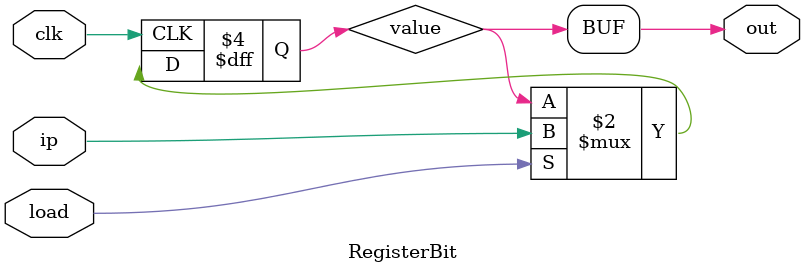
<source format=v>
`timescale 1ns / 1ps
module RegisterBit(load, ip, clk, out);
input load;
input clk;
input ip;

output out;

reg value;

assign out = value;

always@(posedge clk) begin
	if(load) begin
		  value <= ip;
	end
end

endmodule	
</source>
